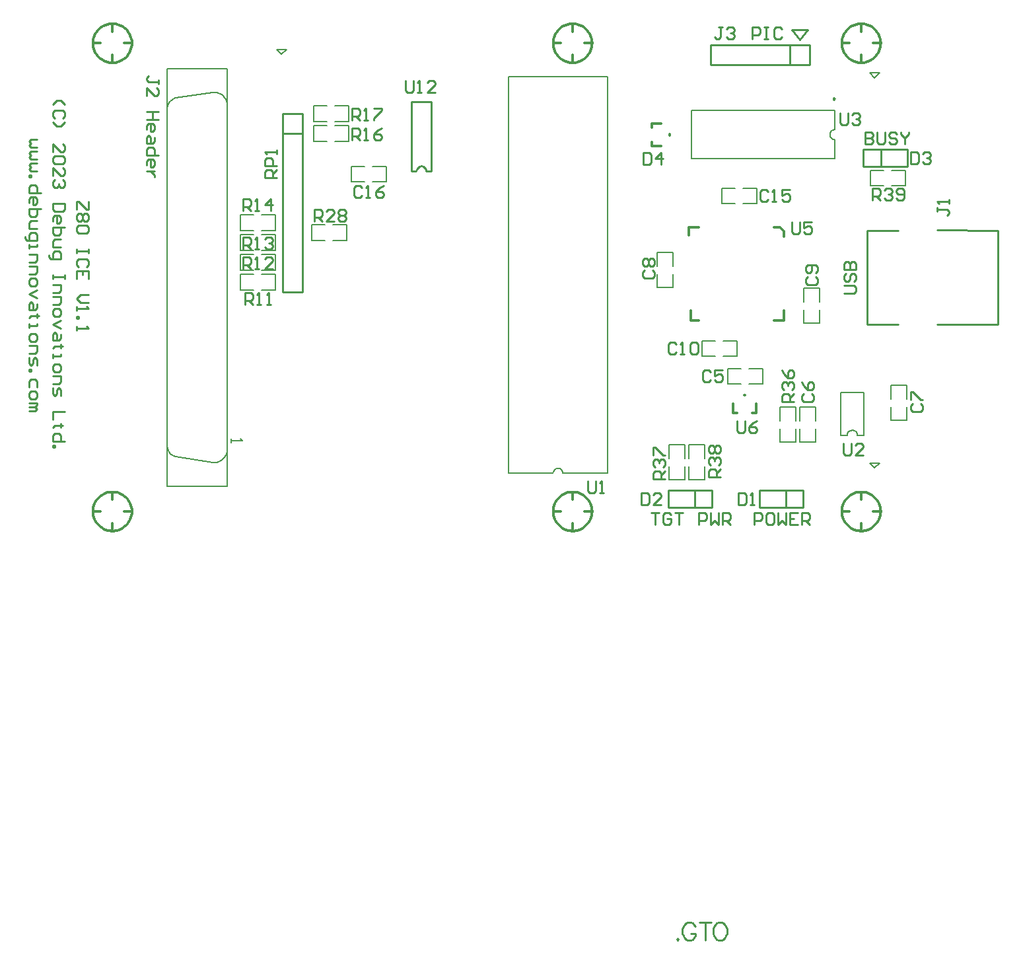
<source format=gto>
%FSLAX44Y44*%
%MOMM*%
G71*
G01*
G75*
%ADD10C,0.2000*%
%ADD11O,2.0320X0.6096*%
%ADD12R,1.5240X1.2700*%
%ADD13R,1.5240X1.5240*%
%ADD14R,1.9050X0.4064*%
%ADD15R,0.4064X1.9050*%
%ADD16R,1.2700X1.5240*%
%ADD17O,0.6000X2.2000*%
%ADD18O,0.6000X2.2000*%
%ADD19R,0.9144X0.9144*%
%ADD20R,0.9144X1.2700*%
%ADD21R,1.5000X0.4000*%
%ADD22R,1.2700X0.9144*%
%ADD23C,1.0000*%
%ADD24C,0.3000*%
%ADD25C,0.6000*%
%ADD26C,0.8000*%
%ADD27C,0.5000*%
%ADD28C,0.2540*%
%ADD29C,0.2286*%
%ADD30C,3.6000*%
%ADD31C,1.6510*%
%ADD32C,1.4500*%
%ADD33R,1.4500X1.4500*%
%ADD34C,1.5000*%
%ADD35R,1.5000X1.5000*%
%ADD36R,1.6000X1.6000*%
%ADD37C,1.6000*%
%ADD38C,0.8000*%
%ADD39O,2.5400X0.7500*%
%ADD40R,2.5400X0.7500*%
%ADD41C,0.4000*%
%ADD42C,0.7000*%
%ADD43C,0.2500*%
%ADD44C,0.3048*%
%ADD45C,0.1500*%
D10*
X2294916Y2457217D02*
X2294718Y2459749D01*
X2294131Y2462220D01*
X2293169Y2464570D01*
X2291854Y2466743D01*
X2290218Y2468686D01*
X2288302Y2470352D01*
X2286150Y2471702D01*
X2283815Y2472701D01*
X2281354Y2473327D01*
X2278825Y2473565D01*
X2276290Y2473408D01*
X2228993Y2466236D02*
X2226665Y2465252D01*
X2224519Y2463919D01*
X2222606Y2462268D01*
X2220974Y2460339D01*
X2219660Y2458181D01*
X2218699Y2455844D01*
X2218113Y2453386D01*
X2217916Y2450867D01*
Y2021767D02*
X2218113Y2019248D01*
X2218699Y2016790D01*
X2219660Y2014453D01*
X2220974Y2012295D01*
X2222606Y2010366D01*
X2224519Y2008715D01*
X2226665Y2007382D01*
X2228993Y2006398D01*
X2276290Y1999226D02*
X2278825Y1999069D01*
X2281354Y1999306D01*
X2283815Y1999933D01*
X2286150Y2000932D01*
X2288302Y2002282D01*
X2290218Y2003948D01*
X2291854Y2005891D01*
X2293169Y2008064D01*
X2294131Y2010414D01*
X2294718Y2012885D01*
X2294916Y2015417D01*
X3074086Y2425547D02*
X3071656Y2425064D01*
X3069596Y2423687D01*
X3068219Y2421627D01*
X3067736Y2419197D01*
X3068219Y2416767D01*
X3069596Y2414707D01*
X3071656Y2413331D01*
X3074086Y2412847D01*
X2725546Y1985137D02*
X2725062Y1987567D01*
X2723686Y1989627D01*
X2721626Y1991004D01*
X2719196Y1991487D01*
X2716766Y1991004D01*
X2714706Y1989627D01*
X2713329Y1987567D01*
X2712846Y1985137D01*
X3103179Y2033977D02*
X3102678Y2036496D01*
X3101251Y2038632D01*
X3099115Y2040059D01*
X3096596Y2040560D01*
X3094077Y2040059D01*
X3091941Y2038632D01*
X3090514Y2036496D01*
X3090013Y2033977D01*
X2217916Y2503767D02*
X2294916D01*
Y1968767D02*
Y2503767D01*
X2217916Y1968767D02*
X2294916D01*
X2217916D02*
Y2503767D01*
X2228993Y2006398D02*
X2276290Y1999226D01*
X2228993Y2466236D02*
X2276290Y2473408D01*
X2339440Y2219967D02*
X2356790D01*
X2339440Y2239967D02*
X2356790D01*
X2311930D02*
X2329280D01*
X2311930Y2219967D02*
X2329280D01*
X2356790D02*
Y2239967D01*
X2311930Y2219967D02*
Y2239967D01*
X2339440Y2245367D02*
X2356790D01*
X2339440Y2265367D02*
X2356790D01*
X2311930D02*
X2329280D01*
X2311930Y2245367D02*
X2329280D01*
X2356790D02*
Y2265367D01*
X2311930Y2245367D02*
Y2265367D01*
X2430906Y2283467D02*
X2448256D01*
X2430906Y2303467D02*
X2448256D01*
X2403396D02*
X2420746D01*
X2403396Y2283467D02*
X2420746D01*
X2448256D02*
Y2303467D01*
X2403396Y2283467D02*
Y2303467D01*
X2311930Y2270767D02*
Y2290767D01*
X2356790Y2270767D02*
Y2290767D01*
X2311930Y2270767D02*
X2329280D01*
X2311930Y2290767D02*
X2329280D01*
X2339440D02*
X2356790D01*
X2339440Y2270767D02*
X2356790D01*
X2339440Y2296167D02*
X2356790D01*
X2339440Y2316167D02*
X2356790D01*
X2311930D02*
X2329280D01*
X2311930Y2296167D02*
X2329280D01*
X2356790D02*
Y2316167D01*
X2311930Y2296167D02*
Y2316167D01*
X2433446Y2410467D02*
X2450796D01*
X2433446Y2430467D02*
X2450796D01*
X2405936D02*
X2423286D01*
X2405936Y2410467D02*
X2423286D01*
X2450796D02*
Y2430467D01*
X2405936Y2410467D02*
Y2430467D01*
X2433446Y2435867D02*
X2450796D01*
X2433446Y2455867D02*
X2450796D01*
X2405936D02*
X2423286D01*
X2405936Y2435867D02*
X2423286D01*
X2450796D02*
Y2455867D01*
X2405936Y2435867D02*
Y2455867D01*
X2890086Y2388197D02*
X3074086D01*
X2890086Y2450197D02*
X3074086D01*
X2890086Y2388197D02*
Y2450197D01*
X3074086Y2388197D02*
Y2412847D01*
Y2425547D02*
Y2450197D01*
X2981656Y2099597D02*
Y2119597D01*
X2936796Y2099597D02*
Y2119597D01*
X2964306D02*
X2981656D01*
X2964306Y2099597D02*
X2981656D01*
X2936796D02*
X2954146D01*
X2936796Y2119597D02*
X2954146D01*
X2846356Y2223057D02*
X2866356D01*
X2846356Y2267917D02*
X2866356D01*
Y2223057D02*
Y2240407D01*
X2846356Y2223057D02*
Y2240407D01*
Y2250567D02*
Y2267917D01*
X2866356Y2250567D02*
Y2267917D01*
X3003836Y2024937D02*
X3023836D01*
X3003836Y2069797D02*
X3023836D01*
Y2024937D02*
Y2042287D01*
X3003836Y2024937D02*
Y2042287D01*
Y2052447D02*
Y2069797D01*
X3023836Y2052447D02*
Y2069797D01*
X2861596Y1976677D02*
X2881596D01*
X2861596Y2021537D02*
X2881596D01*
Y1976677D02*
Y1994027D01*
X2861596Y1976677D02*
Y1994027D01*
Y2004187D02*
Y2021537D01*
X2881596Y2004187D02*
Y2021537D01*
X2454196Y2378677D02*
X2471546D01*
X2454196Y2358677D02*
X2471546D01*
X2481706D02*
X2499056D01*
X2481706Y2378677D02*
X2499056D01*
X2454196Y2358677D02*
Y2378677D01*
X2499056Y2358677D02*
Y2378677D01*
X2956686Y2330737D02*
X2974036D01*
X2956686Y2350737D02*
X2974036D01*
X2929176D02*
X2946526D01*
X2929176Y2330737D02*
X2946526D01*
X2974036D02*
Y2350737D01*
X2929176Y2330737D02*
Y2350737D01*
X2931286Y2135157D02*
X2948636D01*
X2931286Y2155157D02*
X2948636D01*
X2903776D02*
X2921126D01*
X2903776Y2135157D02*
X2921126D01*
X2948636D02*
Y2155157D01*
X2903776Y2135157D02*
Y2155157D01*
X3054316Y2204847D02*
Y2222197D01*
X3034316Y2204847D02*
Y2222197D01*
Y2177337D02*
Y2194687D01*
X3054316Y2177337D02*
Y2194687D01*
X3034316Y2222197D02*
X3054316D01*
X3034316Y2177337D02*
X3054316D01*
X3146076Y2052877D02*
Y2070227D01*
X3166076Y2052877D02*
Y2070227D01*
Y2080387D02*
Y2097737D01*
X3146076Y2080387D02*
Y2097737D01*
Y2052877D02*
X3166076D01*
X3146076Y2097737D02*
X3166076D01*
X2725546Y1985137D02*
X2782696D01*
X2655696D02*
X2712846D01*
X2655696D02*
Y2493137D01*
X2782696D01*
Y1985137D02*
Y2493137D01*
X3029236Y2024937D02*
X3049236D01*
X3029236Y2069797D02*
X3049236D01*
Y2024937D02*
Y2042287D01*
X3029236Y2024937D02*
Y2042287D01*
Y2052447D02*
Y2069797D01*
X3049236Y2052447D02*
Y2069797D01*
X3111346Y2033977D02*
Y2088477D01*
X3081846D02*
X3111346D01*
X3081846Y2033977D02*
X3090013D01*
X3103179D02*
X3111346D01*
X3081846D02*
Y2088477D01*
X3119676Y2373597D02*
X3137026D01*
X3119676Y2353597D02*
X3137026D01*
X3147186D02*
X3164536D01*
X3147186Y2373597D02*
X3164536D01*
X3119676Y2353597D02*
Y2373597D01*
X3164536Y2353597D02*
Y2373597D01*
X2906996Y2004187D02*
Y2021537D01*
X2886996Y2004187D02*
Y2021537D01*
Y1976677D02*
Y1994027D01*
X2906996Y1976677D02*
Y1994027D01*
X2886996Y2021537D02*
X2906996D01*
X2886996Y1976677D02*
X2906996D01*
X3118566Y2498367D02*
X3131266D01*
X3118566D02*
X3124916Y2492017D01*
X3131266Y2498367D01*
X3118566Y1998367D02*
X3131266D01*
X3118566D02*
X3124916Y1992017D01*
X3131266Y1998367D01*
X2358566Y2528367D02*
X2371266D01*
X2358566D02*
X2364916Y2522017D01*
X2371266Y2528367D01*
D24*
X2762916Y1936317D02*
X2762787Y1938846D01*
X2762404Y1941349D01*
X2761769Y1943801D01*
X2760890Y1946176D01*
X2759774Y1948450D01*
X2758435Y1950599D01*
X2756885Y1952601D01*
X2755140Y1954437D01*
X2753218Y1956086D01*
X2751140Y1957533D01*
X2748925Y1958762D01*
X2746599Y1959761D01*
X2744182Y1960519D01*
X2741701Y1961029D01*
X2739182Y1961285D01*
X2736649D01*
X2734130Y1961029D01*
X2731649Y1960519D01*
X2729233Y1959761D01*
X2726906Y1958762D01*
X2724691Y1957533D01*
X2722613Y1956086D01*
X2720692Y1954437D01*
X2718947Y1952601D01*
X2717397Y1950599D01*
X2716057Y1948450D01*
X2714942Y1946176D01*
X2714062Y1943801D01*
X2713427Y1941349D01*
X2713044Y1938846D01*
X2712916Y1936317D01*
X2713044Y1933788D01*
X2713427Y1931284D01*
X2714062Y1928833D01*
X2714942Y1926458D01*
X2716057Y1924184D01*
X2717397Y1922035D01*
X2718947Y1920033D01*
X2720692Y1918197D01*
X2722613Y1916548D01*
X2724692Y1915101D01*
X2726906Y1913872D01*
X2729233Y1912873D01*
X2731649Y1912115D01*
X2734130Y1911605D01*
X2736649Y1911349D01*
X2739182D01*
X2741701Y1911605D01*
X2744182Y1912115D01*
X2746599Y1912873D01*
X2748925Y1913872D01*
X2751140Y1915101D01*
X2753218Y1916548D01*
X2755140Y1918197D01*
X2756885Y1920033D01*
X2758435Y1922035D01*
X2759774Y1924185D01*
X2760890Y1926458D01*
X2761769Y1928833D01*
X2762404Y1931285D01*
X2762787Y1933788D01*
X2762916Y1936317D01*
X3132916D02*
X3132787Y1938846D01*
X3132404Y1941349D01*
X3131769Y1943801D01*
X3130890Y1946176D01*
X3129774Y1948450D01*
X3128435Y1950599D01*
X3126885Y1952601D01*
X3125140Y1954437D01*
X3123218Y1956086D01*
X3121140Y1957533D01*
X3118925Y1958762D01*
X3116599Y1959761D01*
X3114182Y1960519D01*
X3111701Y1961029D01*
X3109182Y1961285D01*
X3106649D01*
X3104130Y1961029D01*
X3101649Y1960519D01*
X3099233Y1959761D01*
X3096906Y1958762D01*
X3094691Y1957533D01*
X3092613Y1956086D01*
X3090692Y1954437D01*
X3088947Y1952601D01*
X3087397Y1950599D01*
X3086057Y1948450D01*
X3084942Y1946176D01*
X3084062Y1943801D01*
X3083427Y1941349D01*
X3083044Y1938846D01*
X3082916Y1936317D01*
X3083044Y1933788D01*
X3083427Y1931284D01*
X3084062Y1928833D01*
X3084942Y1926458D01*
X3086057Y1924184D01*
X3087397Y1922035D01*
X3088947Y1920033D01*
X3090692Y1918197D01*
X3092613Y1916548D01*
X3094692Y1915101D01*
X3096906Y1913872D01*
X3099233Y1912873D01*
X3101649Y1912115D01*
X3104130Y1911605D01*
X3106649Y1911349D01*
X3109182D01*
X3111701Y1911605D01*
X3114182Y1912115D01*
X3116599Y1912873D01*
X3118925Y1913872D01*
X3121140Y1915101D01*
X3123218Y1916548D01*
X3125140Y1918197D01*
X3126885Y1920033D01*
X3128435Y1922035D01*
X3129774Y1924185D01*
X3130890Y1926458D01*
X3131769Y1928833D01*
X3132404Y1931285D01*
X3132787Y1933788D01*
X3132916Y1936317D01*
X2762916Y2536317D02*
X2762787Y2538846D01*
X2762404Y2541349D01*
X2761769Y2543801D01*
X2760890Y2546176D01*
X2759774Y2548450D01*
X2758435Y2550599D01*
X2756885Y2552601D01*
X2755140Y2554437D01*
X2753218Y2556086D01*
X2751140Y2557533D01*
X2748925Y2558762D01*
X2746599Y2559761D01*
X2744182Y2560519D01*
X2741701Y2561029D01*
X2739182Y2561285D01*
X2736649D01*
X2734130Y2561029D01*
X2731649Y2560519D01*
X2729233Y2559761D01*
X2726906Y2558762D01*
X2724691Y2557533D01*
X2722613Y2556086D01*
X2720692Y2554437D01*
X2718947Y2552601D01*
X2717397Y2550599D01*
X2716057Y2548450D01*
X2714942Y2546176D01*
X2714062Y2543801D01*
X2713427Y2541349D01*
X2713044Y2538846D01*
X2712916Y2536317D01*
X2713044Y2533788D01*
X2713427Y2531284D01*
X2714062Y2528833D01*
X2714942Y2526458D01*
X2716057Y2524184D01*
X2717397Y2522035D01*
X2718947Y2520033D01*
X2720692Y2518197D01*
X2722613Y2516548D01*
X2724692Y2515101D01*
X2726906Y2513872D01*
X2729233Y2512873D01*
X2731649Y2512115D01*
X2734130Y2511605D01*
X2736649Y2511349D01*
X2739182D01*
X2741701Y2511605D01*
X2744182Y2512115D01*
X2746599Y2512873D01*
X2748925Y2513872D01*
X2751140Y2515101D01*
X2753218Y2516548D01*
X2755140Y2518197D01*
X2756885Y2520033D01*
X2758435Y2522035D01*
X2759774Y2524185D01*
X2760890Y2526458D01*
X2761769Y2528833D01*
X2762404Y2531285D01*
X2762787Y2533788D01*
X2762916Y2536317D01*
X3132916D02*
X3132787Y2538846D01*
X3132404Y2541349D01*
X3131769Y2543801D01*
X3130890Y2546176D01*
X3129774Y2548450D01*
X3128435Y2550599D01*
X3126885Y2552601D01*
X3125140Y2554437D01*
X3123218Y2556086D01*
X3121140Y2557533D01*
X3118925Y2558762D01*
X3116599Y2559761D01*
X3114182Y2560519D01*
X3111701Y2561029D01*
X3109182Y2561285D01*
X3106649D01*
X3104130Y2561029D01*
X3101649Y2560519D01*
X3099233Y2559761D01*
X3096906Y2558762D01*
X3094691Y2557533D01*
X3092613Y2556086D01*
X3090692Y2554437D01*
X3088947Y2552601D01*
X3087397Y2550599D01*
X3086057Y2548450D01*
X3084942Y2546176D01*
X3084062Y2543801D01*
X3083427Y2541349D01*
X3083044Y2538846D01*
X3082916Y2536317D01*
X3083044Y2533788D01*
X3083427Y2531284D01*
X3084062Y2528833D01*
X3084942Y2526458D01*
X3086057Y2524184D01*
X3087397Y2522035D01*
X3088947Y2520033D01*
X3090692Y2518197D01*
X3092613Y2516548D01*
X3094692Y2515101D01*
X3096906Y2513872D01*
X3099233Y2512873D01*
X3101649Y2512115D01*
X3104130Y2511605D01*
X3106649Y2511349D01*
X3109182D01*
X3111701Y2511605D01*
X3114182Y2512115D01*
X3116599Y2512873D01*
X3118925Y2513872D01*
X3121140Y2515101D01*
X3123218Y2516548D01*
X3125140Y2518197D01*
X3126885Y2520033D01*
X3128435Y2522035D01*
X3129774Y2524185D01*
X3130890Y2526458D01*
X3131769Y2528833D01*
X3132404Y2531285D01*
X3132787Y2533788D01*
X3132916Y2536317D01*
X2172916D02*
X2172787Y2538846D01*
X2172404Y2541349D01*
X2171769Y2543801D01*
X2170890Y2546176D01*
X2169774Y2548450D01*
X2168435Y2550599D01*
X2166885Y2552601D01*
X2165140Y2554437D01*
X2163218Y2556086D01*
X2161140Y2557533D01*
X2158926Y2558762D01*
X2156598Y2559761D01*
X2154182Y2560519D01*
X2151701Y2561029D01*
X2149182Y2561285D01*
X2146649D01*
X2144130Y2561029D01*
X2141649Y2560519D01*
X2139233Y2559761D01*
X2136906Y2558762D01*
X2134692Y2557533D01*
X2132613Y2556086D01*
X2130692Y2554437D01*
X2128947Y2552601D01*
X2127397Y2550599D01*
X2126057Y2548450D01*
X2124942Y2546176D01*
X2124062Y2543801D01*
X2123427Y2541349D01*
X2123044Y2538846D01*
X2122916Y2536317D01*
X2123044Y2533788D01*
X2123427Y2531284D01*
X2124062Y2528833D01*
X2124942Y2526458D01*
X2126057Y2524184D01*
X2127397Y2522035D01*
X2128947Y2520033D01*
X2130692Y2518197D01*
X2132613Y2516548D01*
X2134692Y2515101D01*
X2136906Y2513872D01*
X2139233Y2512873D01*
X2141649Y2512115D01*
X2144130Y2511605D01*
X2146649Y2511349D01*
X2149182D01*
X2151702Y2511605D01*
X2154182Y2512115D01*
X2156598Y2512873D01*
X2158926Y2513872D01*
X2161140Y2515101D01*
X2163218Y2516548D01*
X2165140Y2518197D01*
X2166885Y2520033D01*
X2168435Y2522035D01*
X2169774Y2524185D01*
X2170890Y2526458D01*
X2171769Y2528833D01*
X2172404Y2531285D01*
X2172787Y2533788D01*
X2172916Y2536317D01*
Y1936317D02*
X2172787Y1938846D01*
X2172404Y1941349D01*
X2171769Y1943801D01*
X2170890Y1946176D01*
X2169774Y1948450D01*
X2168435Y1950599D01*
X2166885Y1952601D01*
X2165140Y1954437D01*
X2163218Y1956086D01*
X2161140Y1957533D01*
X2158926Y1958762D01*
X2156598Y1959761D01*
X2154182Y1960519D01*
X2151701Y1961029D01*
X2149182Y1961285D01*
X2146649D01*
X2144130Y1961029D01*
X2141649Y1960519D01*
X2139233Y1959761D01*
X2136906Y1958762D01*
X2134692Y1957533D01*
X2132613Y1956086D01*
X2130692Y1954437D01*
X2128947Y1952601D01*
X2127397Y1950599D01*
X2126057Y1948450D01*
X2124942Y1946176D01*
X2124062Y1943801D01*
X2123427Y1941349D01*
X2123044Y1938846D01*
X2122916Y1936317D01*
X2123044Y1933788D01*
X2123427Y1931284D01*
X2124062Y1928833D01*
X2124942Y1926458D01*
X2126057Y1924184D01*
X2127397Y1922035D01*
X2128947Y1920033D01*
X2130692Y1918197D01*
X2132613Y1916548D01*
X2134692Y1915101D01*
X2136906Y1913872D01*
X2139233Y1912873D01*
X2141649Y1912115D01*
X2144130Y1911605D01*
X2146649Y1911349D01*
X2149182D01*
X2151702Y1911605D01*
X2154182Y1912115D01*
X2156598Y1912873D01*
X2158926Y1913872D01*
X2161140Y1915101D01*
X2163218Y1916548D01*
X2165140Y1918197D01*
X2166885Y1920033D01*
X2168435Y1922035D01*
X2169774Y1924185D01*
X2170890Y1926458D01*
X2171769Y1928833D01*
X2172404Y1931285D01*
X2172787Y1933788D01*
X2172916Y1936317D01*
X2737916Y1951317D02*
Y1961317D01*
X2752916Y1936317D02*
X2762916D01*
X2712916D02*
X2722916D01*
X2737916Y1911317D02*
Y1921317D01*
X3107916Y1951317D02*
Y1961317D01*
X3122916Y1936317D02*
X3132916D01*
X3082916D02*
X3092916D01*
X3107916Y1911317D02*
Y1921317D01*
X2737916Y2551317D02*
Y2561317D01*
X2752916Y2536317D02*
X2762916D01*
X2712916D02*
X2722916D01*
X2737916Y2511317D02*
Y2521317D01*
X3107916Y2551317D02*
Y2561317D01*
X3122916Y2536317D02*
X3132916D01*
X3082916D02*
X3092916D01*
X3107916Y2511317D02*
Y2521317D01*
X2147916Y2551317D02*
Y2561317D01*
X2162916Y2536317D02*
X2172916D01*
X2122916D02*
X2132916D01*
X2147916Y2511317D02*
Y2521317D01*
Y1951317D02*
Y1961317D01*
X2162916Y1936317D02*
X2172916D01*
X2122916D02*
X2132916D01*
X2147916Y1911317D02*
Y1921317D01*
D28*
X2550286Y2372487D02*
X2549802Y2374917D01*
X2548426Y2376977D01*
X2546366Y2378354D01*
X2543936Y2378837D01*
X2541506Y2378354D01*
X2539446Y2376977D01*
X2538069Y2374917D01*
X2537586Y2372487D01*
X3115916Y2296567D02*
X3155416D01*
X3115916Y2175817D02*
Y2296567D01*
X3115916Y2175817D02*
X3155416D01*
X3204916Y2175817D02*
X3283166D01*
Y2296567D01*
X3204916Y2296817D02*
X3283166Y2296567D01*
X2366136Y2420617D02*
X2391536D01*
X2366136Y2446017D02*
X2391536D01*
Y2217417D02*
Y2446017D01*
X2366136Y2217417D02*
X2391536D01*
X2366136D02*
Y2446017D01*
X2556636Y2372487D02*
Y2461387D01*
X2531236D02*
X2556636D01*
X2531236Y2372487D02*
Y2461387D01*
Y2372487D02*
X2537586D01*
X2550286D02*
X2556636D01*
X3011406Y1941117D02*
Y1963117D01*
X3033726Y1941117D02*
Y1963117D01*
X2977436Y1941117D02*
Y1963117D01*
Y1941117D02*
X3033726D01*
X2977436Y1963117D02*
X3033726D01*
X2894566Y1941117D02*
Y1963117D01*
X2916886Y1941117D02*
Y1963117D01*
X2860596Y1941117D02*
Y1963117D01*
Y1941117D02*
X2916886D01*
X2860596Y1963117D02*
X2916886D01*
X2914776Y2508377D02*
Y2533777D01*
X3041776D01*
X2914776Y2508377D02*
X3041776D01*
Y2533777D01*
X3016376Y2508377D02*
Y2533777D01*
X3019076Y2553577D02*
X3029076Y2541077D01*
X3039076Y2553577D01*
X3019076D02*
X3039076D01*
X3110786Y2377997D02*
X3167076D01*
X3110786Y2399997D02*
X3167076D01*
Y2377997D02*
Y2399997D01*
X3110786Y2377997D02*
Y2399997D01*
X3133106Y2377997D02*
Y2399997D01*
X2207187Y2448915D02*
X2191952D01*
X2199569D01*
Y2438758D01*
X2207187D01*
X2191952D01*
Y2426062D02*
Y2431141D01*
X2194491Y2433680D01*
X2199569D01*
X2202108Y2431141D01*
Y2426062D01*
X2199569Y2423523D01*
X2197030D01*
Y2433680D01*
X2202108Y2415906D02*
Y2410827D01*
X2199569Y2408288D01*
X2191952D01*
Y2415906D01*
X2194491Y2418445D01*
X2197030Y2415906D01*
Y2408288D01*
X2207187Y2393053D02*
X2191952D01*
Y2400671D01*
X2194491Y2403210D01*
X2199569D01*
X2202108Y2400671D01*
Y2393053D01*
X2191952Y2380357D02*
Y2385435D01*
X2194491Y2387975D01*
X2199569D01*
X2202108Y2385435D01*
Y2380357D01*
X2199569Y2377818D01*
X2197030D01*
Y2387975D01*
X2202108Y2372740D02*
X2191952D01*
X2197030D01*
X2199569Y2370200D01*
X2202108Y2367661D01*
Y2365122D01*
X2207187Y2484478D02*
Y2489557D01*
Y2487018D01*
X2194491D01*
X2191952Y2489557D01*
Y2492096D01*
X2194491Y2494635D01*
X2191952Y2469243D02*
Y2479400D01*
X2202108Y2469243D01*
X2204648D01*
X2207187Y2471782D01*
Y2476861D01*
X2204648Y2479400D01*
X2317876Y2201037D02*
Y2216272D01*
X2325493D01*
X2328033Y2213733D01*
Y2208654D01*
X2325493Y2206115D01*
X2317876D01*
X2322954D02*
X2328033Y2201037D01*
X2333111D02*
X2338189D01*
X2335650D01*
Y2216272D01*
X2333111Y2213733D01*
X2345807Y2201037D02*
X2350885D01*
X2348346D01*
Y2216272D01*
X2345807Y2213733D01*
X2315336Y2246757D02*
Y2261992D01*
X2322953D01*
X2325493Y2259453D01*
Y2254375D01*
X2322953Y2251835D01*
X2315336D01*
X2320414D02*
X2325493Y2246757D01*
X2330571D02*
X2335649D01*
X2333110D01*
Y2261992D01*
X2330571Y2259453D01*
X2353423Y2246757D02*
X2343267D01*
X2353423Y2256914D01*
Y2259453D01*
X2350884Y2261992D01*
X2345806D01*
X2343267Y2259453D01*
X2315336Y2272157D02*
Y2287392D01*
X2322953D01*
X2325493Y2284853D01*
Y2279774D01*
X2322953Y2277235D01*
X2315336D01*
X2320414D02*
X2325493Y2272157D01*
X2330571D02*
X2335649D01*
X2333110D01*
Y2287392D01*
X2330571Y2284853D01*
X2343267D02*
X2345806Y2287392D01*
X2350884D01*
X2353423Y2284853D01*
Y2282314D01*
X2350884Y2279774D01*
X2348345D01*
X2350884D01*
X2353423Y2277235D01*
Y2274696D01*
X2350884Y2272157D01*
X2345806D01*
X2343267Y2274696D01*
X2315310Y2321407D02*
Y2336642D01*
X2322927D01*
X2325466Y2334103D01*
Y2329025D01*
X2322927Y2326485D01*
X2315310D01*
X2320388D02*
X2325466Y2321407D01*
X2330545D02*
X2335623D01*
X2333084D01*
Y2336642D01*
X2330545Y2334103D01*
X2350858Y2321407D02*
Y2336642D01*
X2343241Y2329025D01*
X2353397D01*
X2406776Y2307717D02*
Y2322952D01*
X2414393D01*
X2416933Y2320413D01*
Y2315334D01*
X2414393Y2312795D01*
X2406776D01*
X2411854D02*
X2416933Y2307717D01*
X2432168D02*
X2422011D01*
X2432168Y2317874D01*
Y2320413D01*
X2429628Y2322952D01*
X2424550D01*
X2422011Y2320413D01*
X2437246D02*
X2439785Y2322952D01*
X2444863D01*
X2447403Y2320413D01*
Y2317874D01*
X2444863Y2315334D01*
X2447403Y2312795D01*
Y2310256D01*
X2444863Y2307717D01*
X2439785D01*
X2437246Y2310256D01*
Y2312795D01*
X2439785Y2315334D01*
X2437246Y2317874D01*
Y2320413D01*
X2439785Y2315334D02*
X2444863D01*
X2455036Y2411857D02*
Y2427092D01*
X2462653D01*
X2465193Y2424553D01*
Y2419474D01*
X2462653Y2416935D01*
X2455036D01*
X2460114D02*
X2465193Y2411857D01*
X2470271D02*
X2475349D01*
X2472810D01*
Y2427092D01*
X2470271Y2424553D01*
X2493123Y2427092D02*
X2488045Y2424553D01*
X2482967Y2419474D01*
Y2414396D01*
X2485506Y2411857D01*
X2490584D01*
X2493123Y2414396D01*
Y2416935D01*
X2490584Y2419474D01*
X2482967D01*
X2455036Y2437257D02*
Y2452492D01*
X2462653D01*
X2465193Y2449953D01*
Y2444875D01*
X2462653Y2442335D01*
X2455036D01*
X2460114D02*
X2465193Y2437257D01*
X2470271D02*
X2475349D01*
X2472810D01*
Y2452492D01*
X2470271Y2449953D01*
X2482967Y2452492D02*
X2493123D01*
Y2449953D01*
X2482967Y2439796D01*
Y2437257D01*
X2856356Y1977517D02*
X2841121D01*
Y1985134D01*
X2843660Y1987674D01*
X2848738D01*
X2851277Y1985134D01*
Y1977517D01*
Y1982595D02*
X2856356Y1987674D01*
X2843660Y1992752D02*
X2841121Y1995291D01*
Y2000370D01*
X2843660Y2002909D01*
X2846199D01*
X2848738Y2000370D01*
Y1997830D01*
Y2000370D01*
X2851277Y2002909D01*
X2853817D01*
X2856356Y2000370D01*
Y1995291D01*
X2853817Y1992752D01*
X2841121Y2007987D02*
Y2018144D01*
X2843660D01*
X2853817Y2007987D01*
X2856356D01*
X3021456Y2076577D02*
X3006221D01*
Y2084194D01*
X3008760Y2086734D01*
X3013838D01*
X3016377Y2084194D01*
Y2076577D01*
Y2081655D02*
X3021456Y2086734D01*
X3008760Y2091812D02*
X3006221Y2094351D01*
Y2099430D01*
X3008760Y2101969D01*
X3011299D01*
X3013838Y2099430D01*
Y2096890D01*
Y2099430D01*
X3016377Y2101969D01*
X3018917D01*
X3021456Y2099430D01*
Y2094351D01*
X3018917Y2091812D01*
X3006221Y2117204D02*
X3008760Y2112126D01*
X3013838Y2107047D01*
X3018917D01*
X3021456Y2109586D01*
Y2114665D01*
X3018917Y2117204D01*
X3016377D01*
X3013838Y2114665D01*
Y2107047D01*
X2914773Y2114673D02*
X2912233Y2117212D01*
X2907155D01*
X2904616Y2114673D01*
Y2104516D01*
X2907155Y2101977D01*
X2912233D01*
X2914773Y2104516D01*
X2930008Y2117212D02*
X2919851D01*
Y2109595D01*
X2924929Y2112134D01*
X2927468D01*
X2930008Y2109595D01*
Y2104516D01*
X2927468Y2101977D01*
X2922390D01*
X2919851Y2104516D01*
X3034160Y2086734D02*
X3031621Y2084194D01*
Y2079116D01*
X3034160Y2076577D01*
X3044316D01*
X3046856Y2079116D01*
Y2084194D01*
X3044316Y2086734D01*
X3031621Y2101969D02*
X3034160Y2096890D01*
X3039238Y2091812D01*
X3044316D01*
X3046856Y2094351D01*
Y2099430D01*
X3044316Y2101969D01*
X3041777D01*
X3039238Y2099430D01*
Y2091812D01*
X3173860Y2074034D02*
X3171321Y2071494D01*
Y2066416D01*
X3173860Y2063877D01*
X3184016D01*
X3186556Y2066416D01*
Y2071494D01*
X3184016Y2074034D01*
X3171321Y2079112D02*
Y2089269D01*
X3173860D01*
X3184016Y2079112D01*
X3186556D01*
X2830174Y2245458D02*
X2827635Y2242919D01*
Y2237840D01*
X2830174Y2235301D01*
X2840331D01*
X2842870Y2237840D01*
Y2242919D01*
X2840331Y2245458D01*
X2830174Y2250536D02*
X2827635Y2253076D01*
Y2258154D01*
X2830174Y2260693D01*
X2832713D01*
X2835252Y2258154D01*
X2837791Y2260693D01*
X2840331D01*
X2842870Y2258154D01*
Y2253076D01*
X2840331Y2250536D01*
X2837791D01*
X2835252Y2253076D01*
X2832713Y2250536D01*
X2830174D01*
X2835252Y2253076D02*
Y2258154D01*
X3039240Y2236594D02*
X3036701Y2234055D01*
Y2228976D01*
X3039240Y2226437D01*
X3049396D01*
X3051936Y2228976D01*
Y2234055D01*
X3049396Y2236594D01*
Y2241672D02*
X3051936Y2244211D01*
Y2249290D01*
X3049396Y2251829D01*
X3039240D01*
X3036701Y2249290D01*
Y2244211D01*
X3039240Y2241672D01*
X3041779D01*
X3044318Y2244211D01*
Y2251829D01*
X2870639Y2150225D02*
X2868100Y2152764D01*
X2863022D01*
X2860482Y2150225D01*
Y2140069D01*
X2863022Y2137529D01*
X2868100D01*
X2870639Y2140069D01*
X2875717Y2137529D02*
X2880796D01*
X2878257D01*
Y2152764D01*
X2875717Y2150225D01*
X2888413D02*
X2890952Y2152764D01*
X2896031D01*
X2898570Y2150225D01*
Y2140069D01*
X2896031Y2137529D01*
X2890952D01*
X2888413Y2140069D01*
Y2150225D01*
X2988433Y2345813D02*
X2985893Y2348352D01*
X2980815D01*
X2978276Y2345813D01*
Y2335656D01*
X2980815Y2333117D01*
X2985893D01*
X2988433Y2335656D01*
X2993511Y2333117D02*
X2998589D01*
X2996050D01*
Y2348352D01*
X2993511Y2345813D01*
X3016364Y2348352D02*
X3006207D01*
Y2340735D01*
X3011285Y2343274D01*
X3013824D01*
X3016364Y2340735D01*
Y2335656D01*
X3013824Y2333117D01*
X3008746D01*
X3006207Y2335656D01*
X2467733Y2350893D02*
X2465193Y2353432D01*
X2460115D01*
X2457576Y2350893D01*
Y2340736D01*
X2460115Y2338197D01*
X2465193D01*
X2467733Y2340736D01*
X2472811Y2338197D02*
X2477889D01*
X2475350D01*
Y2353432D01*
X2472811Y2350893D01*
X2495663Y2353432D02*
X2490585Y2350893D01*
X2485507Y2345815D01*
Y2340736D01*
X2488046Y2338197D01*
X2493124D01*
X2495663Y2340736D01*
Y2343275D01*
X2493124Y2345815D01*
X2485507D01*
X2970656Y1919097D02*
Y1934332D01*
X2978273D01*
X2980812Y1931793D01*
Y1926714D01*
X2978273Y1924175D01*
X2970656D01*
X2993508Y1934332D02*
X2988430D01*
X2985891Y1931793D01*
Y1921636D01*
X2988430Y1919097D01*
X2993508D01*
X2996047Y1921636D01*
Y1931793D01*
X2993508Y1934332D01*
X3001126D02*
Y1919097D01*
X3006204Y1924175D01*
X3011283Y1919097D01*
Y1934332D01*
X3026518D02*
X3016361D01*
Y1919097D01*
X3026518D01*
X3016361Y1926714D02*
X3021439D01*
X3031596Y1919097D02*
Y1934332D01*
X3039214D01*
X3041753Y1931793D01*
Y1926714D01*
X3039214Y1924175D01*
X3031596D01*
X3036674D02*
X3041753Y1919097D01*
X2950336Y1959732D02*
Y1944497D01*
X2957953D01*
X2960493Y1947036D01*
Y1957193D01*
X2957953Y1959732D01*
X2950336D01*
X2965571Y1944497D02*
X2970649D01*
X2968110D01*
Y1959732D01*
X2965571Y1957193D01*
X2838576Y1934332D02*
X2848733D01*
X2843654D01*
Y1919097D01*
X2863968Y1931793D02*
X2861428Y1934332D01*
X2856350D01*
X2853811Y1931793D01*
Y1921636D01*
X2856350Y1919097D01*
X2861428D01*
X2863968Y1921636D01*
Y1926714D01*
X2858889D01*
X2869046Y1934332D02*
X2879203D01*
X2874124D01*
Y1919097D01*
X2899516D02*
Y1934332D01*
X2907133D01*
X2909673Y1931793D01*
Y1926714D01*
X2907133Y1924175D01*
X2899516D01*
X2914751Y1934332D02*
Y1919097D01*
X2919829Y1924175D01*
X2924908Y1919097D01*
Y1934332D01*
X2929986Y1919097D02*
Y1934332D01*
X2937604D01*
X2940143Y1931793D01*
Y1926714D01*
X2937604Y1924175D01*
X2929986D01*
X2935064D02*
X2940143Y1919097D01*
X2825876Y1959732D02*
Y1944497D01*
X2833493D01*
X2836032Y1947036D01*
Y1957193D01*
X2833493Y1959732D01*
X2825876D01*
X2851267Y1944497D02*
X2841111D01*
X2851267Y1954654D01*
Y1957193D01*
X2848728Y1959732D01*
X2843650D01*
X2841111Y1957193D01*
X3086217Y2215710D02*
X3098913D01*
X3101452Y2218250D01*
Y2223328D01*
X3098913Y2225867D01*
X3086217D01*
X3088756Y2241102D02*
X3086217Y2238563D01*
Y2233485D01*
X3088756Y2230945D01*
X3091295D01*
X3093835Y2233485D01*
Y2238563D01*
X3096374Y2241102D01*
X3098913D01*
X3101452Y2238563D01*
Y2233485D01*
X3098913Y2230945D01*
X3086217Y2246181D02*
X3101452D01*
Y2253798D01*
X3098913Y2256337D01*
X3096374D01*
X3093835Y2253798D01*
Y2246181D01*
Y2253798D01*
X3091295Y2256337D01*
X3088756D01*
X3086217Y2253798D01*
Y2246181D01*
X3205261Y2325494D02*
Y2320415D01*
Y2322955D01*
X3217957D01*
X3220496Y2320415D01*
Y2317876D01*
X3217957Y2315337D01*
X3220496Y2330572D02*
Y2335650D01*
Y2333111D01*
X3205261D01*
X3207800Y2330572D01*
X2968116Y2541397D02*
Y2556632D01*
X2975733D01*
X2978272Y2554093D01*
Y2549014D01*
X2975733Y2546475D01*
X2968116D01*
X2983351Y2556632D02*
X2988429D01*
X2985890D01*
Y2541397D01*
X2983351D01*
X2988429D01*
X3006203Y2554093D02*
X3003664Y2556632D01*
X2998586D01*
X2996047Y2554093D01*
Y2543936D01*
X2998586Y2541397D01*
X3003664D01*
X3006203Y2543936D01*
X2930013Y2556632D02*
X2924934D01*
X2927473D01*
Y2543936D01*
X2924934Y2541397D01*
X2922395D01*
X2919856Y2543936D01*
X2935091Y2554093D02*
X2937630Y2556632D01*
X2942708D01*
X2945247Y2554093D01*
Y2551554D01*
X2942708Y2549014D01*
X2940169D01*
X2942708D01*
X2945247Y2546475D01*
Y2543936D01*
X2942708Y2541397D01*
X2937630D01*
X2935091Y2543936D01*
X2358516Y2363597D02*
X2343281D01*
Y2371214D01*
X2345820Y2373754D01*
X2350898D01*
X2353437Y2371214D01*
Y2363597D01*
Y2368675D02*
X2358516Y2373754D01*
Y2378832D02*
X2343281D01*
Y2386450D01*
X2345820Y2388989D01*
X2350898D01*
X2353437Y2386450D01*
Y2378832D01*
X2358516Y2394067D02*
Y2399146D01*
Y2396606D01*
X2343281D01*
X2345820Y2394067D01*
X2757296Y1974972D02*
Y1962276D01*
X2759835Y1959737D01*
X2764913D01*
X2767452Y1962276D01*
Y1974972D01*
X2772531Y1959737D02*
X2777609D01*
X2775070D01*
Y1974972D01*
X2772531Y1972433D01*
X3084956Y2023232D02*
Y2010536D01*
X3087495Y2007997D01*
X3092573D01*
X3095113Y2010536D01*
Y2023232D01*
X3110348Y2007997D02*
X3100191D01*
X3110348Y2018154D01*
Y2020693D01*
X3107808Y2023232D01*
X3102730D01*
X3100191Y2020693D01*
X3080941Y2446499D02*
Y2433803D01*
X3083480Y2431264D01*
X3088558D01*
X3091097Y2433803D01*
Y2446499D01*
X3096176Y2443960D02*
X3098715Y2446499D01*
X3103793D01*
X3106332Y2443960D01*
Y2441420D01*
X3103793Y2438881D01*
X3101254D01*
X3103793D01*
X3106332Y2436342D01*
Y2433803D01*
X3103793Y2431264D01*
X3098715D01*
X3096176Y2433803D01*
X3018590Y2306902D02*
Y2294207D01*
X3021129Y2291667D01*
X3026208D01*
X3028747Y2294207D01*
Y2306902D01*
X3043982D02*
X3033825D01*
Y2299285D01*
X3038904Y2301824D01*
X3041443D01*
X3043982Y2299285D01*
Y2294207D01*
X3041443Y2291667D01*
X3036365D01*
X3033825Y2294207D01*
X2949053Y2051980D02*
Y2039284D01*
X2951592Y2036745D01*
X2956670D01*
X2959209Y2039284D01*
Y2051980D01*
X2974445D02*
X2969366Y2049441D01*
X2964288Y2044363D01*
Y2039284D01*
X2966827Y2036745D01*
X2971905D01*
X2974445Y2039284D01*
Y2041824D01*
X2971905Y2044363D01*
X2964288D01*
X3112896Y2422012D02*
Y2406777D01*
X3120513D01*
X3123052Y2409316D01*
Y2411855D01*
X3120513Y2414395D01*
X3112896D01*
X3120513D01*
X3123052Y2416934D01*
Y2419473D01*
X3120513Y2422012D01*
X3112896D01*
X3128131D02*
Y2409316D01*
X3130670Y2406777D01*
X3135748D01*
X3138287Y2409316D01*
Y2422012D01*
X3153523Y2419473D02*
X3150983Y2422012D01*
X3145905D01*
X3143366Y2419473D01*
Y2416934D01*
X3145905Y2414395D01*
X3150983D01*
X3153523Y2411855D01*
Y2409316D01*
X3150983Y2406777D01*
X3145905D01*
X3143366Y2409316D01*
X3158601Y2422012D02*
Y2419473D01*
X3163679Y2414395D01*
X3168758Y2419473D01*
Y2422012D01*
X3163679Y2414395D02*
Y2406777D01*
X3171316Y2396612D02*
Y2381377D01*
X3178933D01*
X3181472Y2383916D01*
Y2394073D01*
X3178933Y2396612D01*
X3171316D01*
X3186551Y2394073D02*
X3189090Y2396612D01*
X3194168D01*
X3196707Y2394073D01*
Y2391534D01*
X3194168Y2388994D01*
X3191629D01*
X3194168D01*
X3196707Y2386455D01*
Y2383916D01*
X3194168Y2381377D01*
X3189090D01*
X3186551Y2383916D01*
X2828527Y2396486D02*
Y2381251D01*
X2836144D01*
X2838683Y2383790D01*
Y2393947D01*
X2836144Y2396486D01*
X2828527D01*
X2851379Y2381251D02*
Y2396486D01*
X2843762Y2388869D01*
X2853918D01*
X2927476Y1980057D02*
X2912241D01*
Y1987675D01*
X2914780Y1990214D01*
X2919858D01*
X2922397Y1987675D01*
Y1980057D01*
Y1985135D02*
X2927476Y1990214D01*
X2914780Y1995292D02*
X2912241Y1997831D01*
Y2002910D01*
X2914780Y2005449D01*
X2917319D01*
X2919858Y2002910D01*
Y2000370D01*
Y2002910D01*
X2922397Y2005449D01*
X2924937D01*
X2927476Y2002910D01*
Y1997831D01*
X2924937Y1995292D01*
X2914780Y2010527D02*
X2912241Y2013066D01*
Y2018145D01*
X2914780Y2020684D01*
X2917319D01*
X2919858Y2018145D01*
X2922397Y2020684D01*
X2924937D01*
X2927476Y2018145D01*
Y2013066D01*
X2924937Y2010527D01*
X2922397D01*
X2919858Y2013066D01*
X2917319Y2010527D01*
X2914780D01*
X2919858Y2013066D02*
Y2018145D01*
X3122124Y2335325D02*
Y2350560D01*
X3129742D01*
X3132281Y2348021D01*
Y2342943D01*
X3129742Y2340404D01*
X3122124D01*
X3127202D02*
X3132281Y2335325D01*
X3137359Y2348021D02*
X3139898Y2350560D01*
X3144977D01*
X3147516Y2348021D01*
Y2345482D01*
X3144977Y2342943D01*
X3142438D01*
X3144977D01*
X3147516Y2340404D01*
Y2337865D01*
X3144977Y2335325D01*
X3139898D01*
X3137359Y2337865D01*
X3152594D02*
X3155134Y2335325D01*
X3160212D01*
X3162751Y2337865D01*
Y2348021D01*
X3160212Y2350560D01*
X3155134D01*
X3152594Y2348021D01*
Y2345482D01*
X3155134Y2342943D01*
X3162751D01*
X2523616Y2488052D02*
Y2475356D01*
X2526155Y2472817D01*
X2531233D01*
X2533772Y2475356D01*
Y2488052D01*
X2538851Y2472817D02*
X2543929D01*
X2541390D01*
Y2488052D01*
X2538851Y2485513D01*
X2561703Y2472817D02*
X2551547D01*
X2561703Y2482974D01*
Y2485513D01*
X2559164Y2488052D01*
X2554086D01*
X2551547Y2485513D01*
X2051570Y2412618D02*
X2043953D01*
X2041414Y2410079D01*
X2043953Y2407540D01*
X2041414Y2405000D01*
X2043953Y2402461D01*
X2051570D01*
Y2397383D02*
X2043953D01*
X2041414Y2394844D01*
X2043953Y2392304D01*
X2041414Y2389765D01*
X2043953Y2387226D01*
X2051570D01*
Y2382148D02*
X2043953D01*
X2041414Y2379608D01*
X2043953Y2377069D01*
X2041414Y2374530D01*
X2043953Y2371991D01*
X2051570D01*
X2041414Y2366913D02*
X2043953D01*
Y2364373D01*
X2041414D01*
Y2366913D01*
X2056649Y2344060D02*
X2041414D01*
Y2351678D01*
X2043953Y2354217D01*
X2049031D01*
X2051570Y2351678D01*
Y2344060D01*
X2041414Y2331364D02*
Y2336443D01*
X2043953Y2338982D01*
X2049031D01*
X2051570Y2336443D01*
Y2331364D01*
X2049031Y2328825D01*
X2046492D01*
Y2338982D01*
X2056649Y2323747D02*
X2041414D01*
Y2316129D01*
X2043953Y2313590D01*
X2046492D01*
X2049031D01*
X2051570Y2316129D01*
Y2323747D01*
Y2308512D02*
X2043953D01*
X2041414Y2305972D01*
Y2298355D01*
X2051570D01*
X2036335Y2288198D02*
Y2285659D01*
X2038875Y2283120D01*
X2051570D01*
Y2290737D01*
X2049031Y2293276D01*
X2043953D01*
X2041414Y2290737D01*
Y2283120D01*
Y2278041D02*
Y2272963D01*
Y2275502D01*
X2051570D01*
Y2278041D01*
X2041414Y2265345D02*
X2051570D01*
Y2257728D01*
X2049031Y2255189D01*
X2041414D01*
Y2250110D02*
X2051570D01*
Y2242493D01*
X2049031Y2239954D01*
X2041414D01*
Y2232336D02*
Y2227258D01*
X2043953Y2224719D01*
X2049031D01*
X2051570Y2227258D01*
Y2232336D01*
X2049031Y2234875D01*
X2043953D01*
X2041414Y2232336D01*
X2051570Y2219640D02*
X2041414Y2214562D01*
X2051570Y2209483D01*
Y2201866D02*
Y2196788D01*
X2049031Y2194249D01*
X2041414D01*
Y2201866D01*
X2043953Y2204405D01*
X2046492Y2201866D01*
Y2194249D01*
X2054110Y2186631D02*
X2051570D01*
Y2189170D01*
Y2184092D01*
Y2186631D01*
X2043953D01*
X2041414Y2184092D01*
Y2176474D02*
Y2171396D01*
Y2173935D01*
X2051570D01*
Y2176474D01*
X2041414Y2161239D02*
Y2156161D01*
X2043953Y2153622D01*
X2049031D01*
X2051570Y2156161D01*
Y2161239D01*
X2049031Y2163778D01*
X2043953D01*
X2041414Y2161239D01*
Y2148543D02*
X2051570D01*
Y2140926D01*
X2049031Y2138387D01*
X2041414D01*
Y2133308D02*
Y2125691D01*
X2043953Y2123152D01*
X2046492Y2125691D01*
Y2130769D01*
X2049031Y2133308D01*
X2051570Y2130769D01*
Y2123152D01*
X2041414Y2118073D02*
X2043953D01*
Y2115534D01*
X2041414D01*
Y2118073D01*
X2051570Y2095220D02*
Y2102838D01*
X2049031Y2105377D01*
X2043953D01*
X2041414Y2102838D01*
Y2095220D01*
Y2087603D02*
Y2082525D01*
X2043953Y2079986D01*
X2049031D01*
X2051570Y2082525D01*
Y2087603D01*
X2049031Y2090142D01*
X2043953D01*
X2041414Y2087603D01*
Y2074907D02*
X2051570D01*
Y2072368D01*
X2049031Y2069829D01*
X2041414D01*
X2049031D01*
X2051570Y2067290D01*
X2049031Y2064750D01*
X2041414D01*
X2117279Y2333324D02*
Y2323167D01*
X2114740D01*
X2104583Y2333324D01*
X2102044D01*
Y2323167D01*
X2114740Y2318089D02*
X2117279Y2315550D01*
Y2310471D01*
X2114740Y2307932D01*
X2112201D01*
X2109661Y2310471D01*
X2107122Y2307932D01*
X2104583D01*
X2102044Y2310471D01*
Y2315550D01*
X2104583Y2318089D01*
X2107122D01*
X2109661Y2315550D01*
X2112201Y2318089D01*
X2114740D01*
X2109661Y2315550D02*
Y2310471D01*
X2114740Y2302854D02*
X2117279Y2300315D01*
Y2295236D01*
X2114740Y2292697D01*
X2104583D01*
X2102044Y2295236D01*
Y2300315D01*
X2104583Y2302854D01*
X2114740D01*
X2117279Y2272384D02*
Y2267305D01*
Y2269845D01*
X2102044D01*
Y2272384D01*
Y2267305D01*
X2114740Y2249531D02*
X2117279Y2252070D01*
Y2257149D01*
X2114740Y2259688D01*
X2104583D01*
X2102044Y2257149D01*
Y2252070D01*
X2104583Y2249531D01*
X2117279Y2234296D02*
Y2244453D01*
X2102044D01*
Y2234296D01*
X2109661Y2244453D02*
Y2239374D01*
X2117279Y2213983D02*
X2107122D01*
X2102044Y2208904D01*
X2107122Y2203826D01*
X2117279D01*
X2102044Y2198748D02*
Y2193669D01*
Y2196208D01*
X2117279D01*
X2114740Y2198748D01*
X2102044Y2186052D02*
X2104583D01*
Y2183513D01*
X2102044D01*
Y2186052D01*
Y2173356D02*
Y2168277D01*
Y2170817D01*
X2117279D01*
X2114740Y2173356D01*
X2071454Y2457661D02*
X2076532Y2462739D01*
X2081611D01*
X2086689Y2457661D01*
X2084150Y2439886D02*
X2086689Y2442426D01*
Y2447504D01*
X2084150Y2450043D01*
X2073993D01*
X2071454Y2447504D01*
Y2442426D01*
X2073993Y2439886D01*
X2071454Y2434808D02*
X2076532Y2429730D01*
X2081611D01*
X2086689Y2434808D01*
X2071454Y2396720D02*
Y2406877D01*
X2081611Y2396720D01*
X2084150D01*
X2086689Y2399260D01*
Y2404338D01*
X2084150Y2406877D01*
Y2391642D02*
X2086689Y2389103D01*
Y2384025D01*
X2084150Y2381485D01*
X2073993D01*
X2071454Y2384025D01*
Y2389103D01*
X2073993Y2391642D01*
X2084150D01*
X2071454Y2366250D02*
Y2376407D01*
X2081611Y2366250D01*
X2084150D01*
X2086689Y2368789D01*
Y2373868D01*
X2084150Y2376407D01*
Y2361172D02*
X2086689Y2358633D01*
Y2353554D01*
X2084150Y2351015D01*
X2081611D01*
X2079072Y2353554D01*
Y2356093D01*
Y2353554D01*
X2076532Y2351015D01*
X2073993D01*
X2071454Y2353554D01*
Y2358633D01*
X2073993Y2361172D01*
X2086689Y2330702D02*
X2071454D01*
Y2323084D01*
X2073993Y2320545D01*
X2084150D01*
X2086689Y2323084D01*
Y2330702D01*
X2071454Y2307849D02*
Y2312928D01*
X2073993Y2315467D01*
X2079072D01*
X2081611Y2312928D01*
Y2307849D01*
X2079072Y2305310D01*
X2076532D01*
Y2315467D01*
X2086689Y2300232D02*
X2071454D01*
Y2292614D01*
X2073993Y2290075D01*
X2076532D01*
X2079072D01*
X2081611Y2292614D01*
Y2300232D01*
Y2284996D02*
X2073993D01*
X2071454Y2282457D01*
Y2274840D01*
X2081611D01*
X2066376Y2264683D02*
Y2262144D01*
X2068915Y2259605D01*
X2081611D01*
Y2267222D01*
X2079072Y2269761D01*
X2073993D01*
X2071454Y2267222D01*
Y2259605D01*
X2086689Y2239291D02*
Y2234213D01*
Y2236752D01*
X2071454D01*
Y2239291D01*
Y2234213D01*
Y2226595D02*
X2081611D01*
Y2218978D01*
X2079072Y2216439D01*
X2071454D01*
Y2211360D02*
X2081611D01*
Y2203743D01*
X2079072Y2201204D01*
X2071454D01*
Y2193586D02*
Y2188508D01*
X2073993Y2185969D01*
X2079072D01*
X2081611Y2188508D01*
Y2193586D01*
X2079072Y2196125D01*
X2073993D01*
X2071454Y2193586D01*
X2081611Y2180890D02*
X2071454Y2175812D01*
X2081611Y2170733D01*
Y2163116D02*
Y2158038D01*
X2079072Y2155498D01*
X2071454D01*
Y2163116D01*
X2073993Y2165655D01*
X2076532Y2163116D01*
Y2155498D01*
X2084150Y2147881D02*
X2081611D01*
Y2150420D01*
Y2145342D01*
Y2147881D01*
X2073993D01*
X2071454Y2145342D01*
Y2137724D02*
Y2132646D01*
Y2135185D01*
X2081611D01*
Y2137724D01*
X2071454Y2122489D02*
Y2117411D01*
X2073993Y2114872D01*
X2079072D01*
X2081611Y2117411D01*
Y2122489D01*
X2079072Y2125028D01*
X2073993D01*
X2071454Y2122489D01*
Y2109793D02*
X2081611D01*
Y2102176D01*
X2079072Y2099637D01*
X2071454D01*
Y2094558D02*
Y2086941D01*
X2073993Y2084401D01*
X2076532Y2086941D01*
Y2092019D01*
X2079072Y2094558D01*
X2081611Y2092019D01*
Y2084401D01*
X2086689Y2064088D02*
X2071454D01*
Y2053931D01*
X2084150Y2046314D02*
X2081611D01*
Y2048853D01*
Y2043775D01*
Y2046314D01*
X2073993D01*
X2071454Y2043775D01*
X2086689Y2026000D02*
X2071454D01*
Y2033618D01*
X2073993Y2036157D01*
X2079072D01*
X2081611Y2033618D01*
Y2026000D01*
X2071454Y2020922D02*
X2073993D01*
Y2018383D01*
X2071454D01*
Y2020922D01*
D29*
X2872684Y1389144D02*
X2871596Y1388055D01*
X2872684Y1386967D01*
X2873772Y1388055D01*
X2872684Y1389144D01*
X2895104Y1404380D02*
X2894016Y1406557D01*
X2891839Y1408734D01*
X2889662Y1409822D01*
X2885309D01*
X2883132Y1408734D01*
X2880956Y1406557D01*
X2879867Y1404380D01*
X2878779Y1401115D01*
Y1395674D01*
X2879867Y1392409D01*
X2880956Y1390232D01*
X2883132Y1388055D01*
X2885309Y1386967D01*
X2889662D01*
X2891839Y1388055D01*
X2894016Y1390232D01*
X2895104Y1392409D01*
Y1395674D01*
X2889662D02*
X2895104D01*
X2907946Y1409822D02*
Y1386967D01*
X2900328Y1409822D02*
X2915565D01*
X2924815D02*
X2922639Y1408734D01*
X2920462Y1406557D01*
X2919374Y1404380D01*
X2918286Y1401115D01*
Y1395674D01*
X2919374Y1392409D01*
X2920462Y1390232D01*
X2922639Y1388055D01*
X2924815Y1386967D01*
X2929169D01*
X2931346Y1388055D01*
X2933522Y1390232D01*
X2934611Y1392409D01*
X2935699Y1395674D01*
Y1401115D01*
X2934611Y1404380D01*
X2933522Y1406557D01*
X2931346Y1408734D01*
X2929169Y1409822D01*
X2924815D01*
D43*
X3074386Y2465197D02*
X3072511Y2466279D01*
Y2464115D01*
X3074386Y2465197D01*
D44*
X3003676Y2300097D02*
X3008756Y2295017D01*
X2886836Y2300097D02*
X2899536D01*
X2889376Y2180717D02*
X2899536D01*
X2996056D02*
X3008756D01*
X2996056Y2300097D02*
X3003676D01*
X2886836Y2289937D02*
Y2300097D01*
X2889376Y2180717D02*
Y2193417D01*
X3008756Y2180717D02*
Y2193417D01*
Y2288667D02*
Y2295017D01*
X2968116Y2062607D02*
X2973196D01*
X2957956Y2085467D02*
X2959226D01*
X2943986Y2062607D02*
X2949066D01*
X2973196D02*
Y2074037D01*
X2943986Y2062607D02*
Y2074037D01*
X2839846Y2433447D02*
X2851276D01*
X2839846Y2404237D02*
X2851276D01*
X2839846Y2428367D02*
Y2433447D01*
X2862706Y2418207D02*
Y2419477D01*
X2839846Y2404237D02*
Y2409317D01*
D45*
X2299916Y2029267D02*
Y2024269D01*
Y2026768D01*
X2314911D01*
X2312412Y2029267D01*
M02*

</source>
